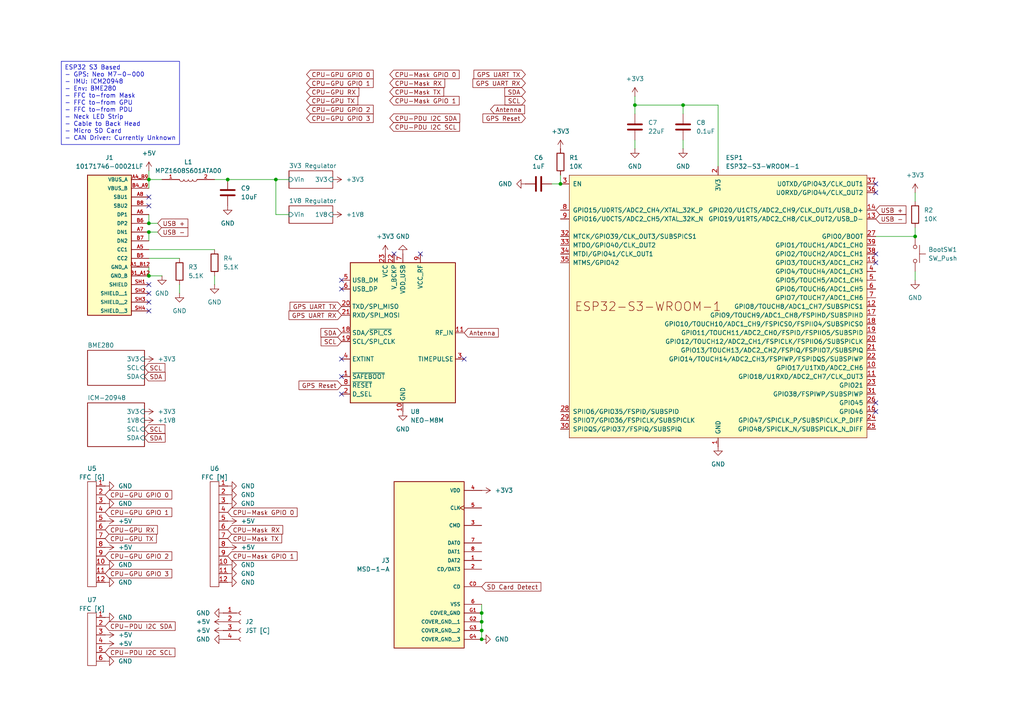
<source format=kicad_sch>
(kicad_sch (version 20231120) (generator "eeschema") (generator_version "8.0")
  (paper "A4")
  (lib_symbols
    (symbol "Connector:Conn_01x04_Socket" (pin_names (offset 1.016) hide)
      (property "Reference" "J" (at 0 5.08 0))
      (property "Value" "Conn_01x04_Socket" (at 0 -7.62 0))
      (symbol "Conn_01x04_Socket_1_1"
        (arc (start 0 -4.572) (mid -0.5058 -5.08) (end 0 -5.588) (stroke (width 0.1524)))
        (arc (start 0 -2.032) (mid -0.5058 -2.54) (end 0 -3.048) (stroke (width 0.1524)))
        (polyline (pts (xy -1.27 -5.08) (xy -0.508 -5.08)) (stroke (width 0.1524)))
        (polyline (pts (xy -1.27 -2.54) (xy -0.508 -2.54)) (stroke (width 0.1524)))
        (polyline (pts (xy -1.27 0) (xy -0.508 0)) (stroke (width 0.1524)))
        (polyline (pts (xy -1.27 2.54) (xy -0.508 2.54)) (stroke (width 0.1524)))
        (arc (start 0 0.508) (mid -0.5058 0) (end 0 -0.508) (stroke (width 0.1524)))
        (arc (start 0 3.048) (mid -0.5058 2.54) (end 0 2.032) (stroke (width 0.1524)))
        (pin passive line (at -5.08 2.54 0) (length 3.81) (name "Pin_1") (number "1"))
        (pin passive line (at -5.08 0 0) (length 3.81) (name "Pin_2") (number "2"))
        (pin passive line (at -5.08 -2.54 0) (length 3.81) (name "Pin_3") (number "3"))
        (pin passive line (at -5.08 -5.08 0) (length 3.81) (name "Pin_4") (number "4"))
      )
    )
    (symbol "Device:C" (pin_numbers hide) (pin_names (offset 0.254))
      (property "Reference" "C" (at 0.635 2.54 0))
      (property "Value" "C" (at 0.635 -2.54 0))
      (symbol "C_0_1"
        (polyline (pts (xy -2.032 -0.762) (xy 2.032 -0.762)) (stroke (width 0.508)))
        (polyline (pts (xy -2.032 0.762) (xy 2.032 0.762)) (stroke (width 0.508)))
      )
      (symbol "C_1_1"
        (pin passive line (at 0 3.81 270) (length 2.794) (name "~") (number "1"))
        (pin passive line (at 0 -3.81 90) (length 2.794) (name "~") (number "2"))
      )
    )
    (symbol "Device:R" (pin_numbers hide) (pin_names (offset 0))
      (property "Reference" "R" (at 2.032 0 90))
      (property "Value" "R" (at 0 0 90))
      (symbol "R_0_1"
        (rectangle (start -1.016 -2.54) (end 1.016 2.54) (stroke (width 0.254)))
      )
      (symbol "R_1_1"
        (pin passive line (at 0 3.81 270) (length 1.27) (name "~") (number "1"))
        (pin passive line (at 0 -3.81 90) (length 1.27) (name "~") (number "2"))
      )
    )
    (symbol "FCC_Connector:FFC_12P"
      (property "Reference" "U" (at 0 16.764 0))
      (symbol "FFC_12P_0_1"
        (rectangle (start -1.27 15.24) (end 1.27 -15.24))
      )
      (symbol "FFC_12P_1_1"
        (pin input line (at 3.81 13.97 180) (length 2.54) (name "") (number "1"))
        (pin input line (at 3.81 -8.89 180) (length 2.54) (name "") (number "10"))
        (pin input line (at 3.81 -11.43 180) (length 2.54) (name "") (number "11"))
        (pin input line (at 3.81 -13.97 180) (length 2.54) (name "") (number "12"))
        (pin input line (at 3.81 11.43 180) (length 2.54) (name "") (number "2"))
        (pin input line (at 3.81 8.89 180) (length 2.54) (name "") (number "3"))
        (pin input line (at 3.81 6.35 180) (length 2.54) (name "") (number "4"))
        (pin input line (at 3.81 3.81 180) (length 2.54) (name "") (number "5"))
        (pin input line (at 3.81 1.27 180) (length 2.54) (name "") (number "6"))
        (pin input line (at 3.81 -1.27 180) (length 2.54) (name "") (number "7"))
        (pin input line (at 3.81 -3.81 180) (length 2.54) (name "") (number "8"))
        (pin input line (at 3.81 -6.35 180) (length 2.54) (name "") (number "9"))
      )
    )
    (symbol "FCC_Connector:FFC_6P"
      (property "Reference" "U" (at 0 9.398 0))
      (symbol "FFC_6P_0_1"
        (rectangle (start -1.27 7.62) (end 1.27 -7.62))
      )
      (symbol "FFC_6P_1_1"
        (pin input line (at 3.81 6.35 180) (length 2.54) (name "") (number "1"))
        (pin input line (at 3.81 3.81 180) (length 2.54) (name "") (number "2"))
        (pin input line (at 3.81 1.27 180) (length 2.54) (name "") (number "3"))
        (pin input line (at 3.81 -1.27 180) (length 2.54) (name "") (number "4"))
        (pin input line (at 3.81 -3.81 180) (length 2.54) (name "") (number "5"))
        (pin input line (at 3.81 -6.35 180) (length 2.54) (name "") (number "6"))
      )
    )
    (symbol "Ferrite_Bead_MPZ1608S601ATA00:MPZ1608S601ATA00" (pin_names (offset 1.016))
      (property "Reference" "L" (at -5.0885 1.9082 0))
      (property "Value" "MPZ1608S601ATA00" (at -5.0854 -2.5427 0))
      (symbol "MPZ1608S601ATA00_0_0"
        (arc (start -2.54 0) (mid -1.905 -0.5747) (end -1.27 0) (stroke (width 0.1524)))
        (arc (start -1.27 0) (mid -0.635 -0.5747) (end 0 0) (stroke (width 0.1524)))
        (arc (start 0 0) (mid 0.635 -0.5747) (end 1.27 0) (stroke (width 0.1524)))
        (arc (start 1.27 0) (mid 1.905 -0.5747) (end 2.54 0) (stroke (width 0.1524)))
        (pin passive line (at -7.62 0 0) (length 5.08) (name "~") (number "1"))
        (pin passive line (at 7.62 0 180) (length 5.08) (name "~") (number "2"))
      )
    )
    (symbol "MicroSD_MSD_1_A:MSD-1-A" (pin_names (offset 1.016))
      (property "Reference" "J" (at -10.16 21.082 0))
      (property "Value" "MSD-1-A" (at -10.16 -30.48 0))
      (symbol "MSD-1-A_0_0"
        (rectangle (start -10.16 -27.94) (end 10.16 20.32) (stroke (width 0.254)) (fill (type background)))
        (pin bidirectional line (at -15.24 -2.54 0) (length 5.08) (name "DAT2") (number "1"))
        (pin bidirectional line (at -15.24 -5.08 0) (length 5.08) (name "CD/DAT3") (number "2"))
        (pin bidirectional line (at -15.24 7.62 0) (length 5.08) (name "CMD") (number "3"))
        (pin power_in line (at -15.24 17.78 0) (length 5.08) (name "VDD") (number "4"))
        (pin input clock (at -15.24 12.7 0) (length 5.08) (name "CLK") (number "5"))
        (pin power_in line (at -15.24 -15.24 0) (length 5.08) (name "VSS") (number "6"))
        (pin bidirectional line (at -15.24 2.54 0) (length 5.08) (name "DAT0") (number "7"))
        (pin bidirectional line (at -15.24 0 0) (length 5.08) (name "DAT1") (number "8"))
        (pin passive line (at -15.24 -10.16 0) (length 5.08) (name "CD") (number "CD"))
        (pin power_in line (at -15.24 -17.78 0) (length 5.08) (name "COVER_GND") (number "G1"))
        (pin power_in line (at -15.24 -20.32 0) (length 5.08) (name "COVER_GND__1") (number "G2"))
        (pin power_in line (at -15.24 -22.86 0) (length 5.08) (name "COVER_GND__2") (number "G3"))
        (pin power_in line (at -15.24 -25.4 0) (length 5.08) (name "COVER_GND__3") (number "G4"))
      )
    )
    (symbol "PCM_Espressif:ESP32-S3-WROOM-1" (pin_names (offset 1.016))
      (property "Reference" "U" (at -43.18 43.18 0))
      (property "Value" "ESP32-S3-WROOM-1" (at -43.18 40.64 0))
      (symbol "ESP32-S3-WROOM-1_0_0"
        (text "ESP32-S3-WROOM-1" (at -20.32 0 0) (effects (font (size 2.54 2.54))))
        (pin power_in line (at 0 -40.64 90) (length 2.54) (name "GND") (number "1"))
        (pin bidirectional line (at 45.72 -17.78 180) (length 2.54) (name "GPIO17/U1TXD/ADC2_CH6") (number "10"))
        (pin bidirectional line (at 45.72 -20.32 180) (length 2.54) (name "GPIO18/U1RXD/ADC2_CH7/CLK_OUT3") (number "11"))
        (pin bidirectional line (at 45.72 0 180) (length 2.54) (name "GPIO8/TOUCH8/ADC1_CH7/SUBSPICS1") (number "12"))
        (pin bidirectional line (at 45.72 25.4 180) (length 2.54) (name "GPIO19/U1RTS/ADC2_CH8/CLK_OUT2/USB_D-") (number "13"))
        (pin bidirectional line (at 45.72 27.94 180) (length 2.54) (name "GPIO20/U1CTS/ADC2_CH9/CLK_OUT1/USB_D+") (number "14"))
        (pin bidirectional line (at 45.72 12.7 180) (length 2.54) (name "GPIO3/TOUCH3/ADC1_CH2") (number "15"))
        (pin bidirectional line (at 45.72 -30.48 180) (length 2.54) (name "GPIO46") (number "16"))
        (pin bidirectional line (at 45.72 -2.54 180) (length 2.54) (name "GPIO9/TOUCH9/ADC1_CH8/FSPIHD/SUBSPIHD") (number "17"))
        (pin bidirectional line (at 45.72 -5.08 180) (length 2.54) (name "GPIO10/TOUCH10/ADC1_CH9/FSPICS0/FSPIIO4/SUBSPICS0") (number "18"))
        (pin bidirectional line (at 45.72 -7.62 180) (length 2.54) (name "GPIO11/TOUCH11/ADC2_CH0/FSPID/FSPIIO5/SUBSPID") (number "19"))
        (pin power_in line (at 0 40.64 270) (length 2.54) (name "3V3") (number "2"))
        (pin bidirectional line (at 45.72 -10.16 180) (length 2.54) (name "GPIO12/TOUCH12/ADC2_CH1/FSPICLK/FSPIIO6/SUBSPICLK") (number "20"))
        (pin bidirectional line (at 45.72 -12.7 180) (length 2.54) (name "GPIO13/TOUCH13/ADC2_CH2/FSPIQ/FSPIIO7/SUBSPIQ") (number "21"))
        (pin bidirectional line (at 45.72 -15.24 180) (length 2.54) (name "GPIO14/TOUCH14/ADC2_CH3/FSPIWP/FSPIDQS/SUBSPIWP") (number "22"))
        (pin bidirectional line (at 45.72 -22.86 180) (length 2.54) (name "GPIO21") (number "23"))
        (pin bidirectional line (at 45.72 -33.02 180) (length 2.54) (name "GPIO47/SPICLK_P/SUBSPICLK_P_DIFF") (number "24"))
        (pin bidirectional line (at 45.72 -35.56 180) (length 2.54) (name "GPIO48/SPICLK_N/SUBSPICLK_N_DIFF") (number "25"))
        (pin bidirectional line (at 45.72 -27.94 180) (length 2.54) (name "GPIO45") (number "26"))
        (pin bidirectional line (at 45.72 20.32 180) (length 2.54) (name "GPIO0/BOOT") (number "27"))
        (pin bidirectional line (at -45.72 -30.48 0) (length 2.54) (name "SPIIO6/GPIO35/FSPID/SUBSPID") (number "28"))
        (pin bidirectional line (at -45.72 -33.02 0) (length 2.54) (name "SPIIO7/GPIO36/FSPICLK/SUBSPICLK") (number "29"))
        (pin input line (at -45.72 35.56 0) (length 2.54) (name "EN") (number "3"))
        (pin bidirectional line (at -45.72 -35.56 0) (length 2.54) (name "SPIDQS/GPIO37/FSPIQ/SUBSPIQ") (number "30"))
        (pin bidirectional line (at 45.72 -25.4 180) (length 2.54) (name "GPIO38/FSPIWP/SUBSPIWP") (number "31"))
        (pin bidirectional line (at -45.72 20.32 0) (length 2.54) (name "MTCK/GPIO39/CLK_OUT3/SUBSPICS1") (number "32"))
        (pin bidirectional line (at -45.72 17.78 0) (length 2.54) (name "MTDO/GPIO40/CLK_OUT2") (number "33"))
        (pin bidirectional line (at -45.72 15.24 0) (length 2.54) (name "MTDI/GPIO41/CLK_OUT1") (number "34"))
        (pin bidirectional line (at -45.72 12.7 0) (length 2.54) (name "MTMS/GPIO42") (number "35"))
        (pin bidirectional line (at 45.72 33.02 180) (length 2.54) (name "U0RXD/GPIO44/CLK_OUT2") (number "36"))
        (pin bidirectional line (at 45.72 35.56 180) (length 2.54) (name "U0TXD/GPIO43/CLK_OUT1") (number "37"))
        (pin bidirectional line (at 45.72 15.24 180) (length 2.54) (name "GPIO2/TOUCH2/ADC1_CH1") (number "38"))
        (pin bidirectional line (at 45.72 17.78 180) (length 2.54) (name "GPIO1/TOUCH1/ADC1_CH0") (number "39"))
        (pin bidirectional line (at 45.72 10.16 180) (length 2.54) (name "GPIO4/TOUCH4/ADC1_CH3") (number "4"))
        (pin passive line (at 0 -40.64 90) (length 2.54) hide (name "GND") (number "40"))
        (pin passive line (at 0 -40.64 90) (length 2.54) hide (name "GND") (number "41"))
        (pin bidirectional line (at 45.72 7.62 180) (length 2.54) (name "GPIO5/TOUCH5/ADC1_CH4") (number "5"))
        (pin bidirectional line (at 45.72 5.08 180) (length 2.54) (name "GPIO6/TOUCH6/ADC1_CH5") (number "6"))
        (pin bidirectional line (at 45.72 2.54 180) (length 2.54) (name "GPIO7/TOUCH7/ADC1_CH6") (number "7"))
        (pin bidirectional line (at -45.72 27.94 0) (length 2.54) (name "GPIO15/U0RTS/ADC2_CH4/XTAL_32K_P") (number "8"))
        (pin bidirectional line (at -45.72 25.4 0) (length 2.54) (name "GPIO16/U0CTS/ADC2_CH5/XTAL_32K_N") (number "9"))
      )
      (symbol "ESP32-S3-WROOM-1_0_1"
        (rectangle (start -43.18 38.1) (end 43.18 -38.1) (fill (type background)))
      )
    )
    (symbol "RF_GPS:NEO-M8M"
      (property "Reference" "U" (at -13.97 21.59 0))
      (property "Value" "NEO-M8M" (at 11.43 21.59 0))
      (symbol "NEO-M8M_0_1"
        (rectangle (start -15.24 20.32) (end 15.24 -20.32) (stroke (width 0.254)) (fill (type background)))
      )
      (symbol "NEO-M8M_1_1"
        (pin input line (at -17.78 -12.7 0) (length 2.54) (name "~{SAFEBOOT}") (number "1"))
        (pin power_in line (at 0 -22.86 90) (length 2.54) (name "GND") (number "10"))
        (pin input line (at 17.78 0 180) (length 2.54) (name "RF_IN") (number "11"))
        (pin passive line (at 0 -22.86 90) (length 2.54) hide (name "GND") (number "12"))
        (pin passive line (at 0 -22.86 90) (length 2.54) hide (name "GND") (number "13"))
        (pin no_connect line (at 15.24 -10.16 180) (length 2.54) hide (name "RESERVED") (number "14"))
        (pin no_connect line (at 15.24 -12.7 180) (length 2.54) hide (name "RESERVED") (number "15"))
        (pin no_connect line (at 15.24 -15.24 180) (length 2.54) hide (name "RESERVED") (number "16"))
        (pin no_connect line (at 15.24 -17.78 180) (length 2.54) hide (name "RESERVED") (number "17"))
        (pin bidirectional line (at -17.78 0 0) (length 2.54) (name "SDA/~{SPI_CS}") (number "18"))
        (pin input line (at -17.78 -2.54 0) (length 2.54) (name "SCL/SPI_CLK") (number "19"))
        (pin input line (at -17.78 -17.78 0) (length 2.54) (name "D_SEL") (number "2"))
        (pin output line (at -17.78 7.62 0) (length 2.54) (name "TXD/SPI_MISO") (number "20"))
        (pin input line (at -17.78 5.08 0) (length 2.54) (name "RXD/SPI_MOSI") (number "21"))
        (pin power_in line (at -2.54 22.86 270) (length 2.54) (name "V_BCKP") (number "22"))
        (pin power_in line (at -5.08 22.86 270) (length 2.54) (name "VCC") (number "23"))
        (pin passive line (at 0 -22.86 90) (length 2.54) hide (name "GND") (number "24"))
        (pin output line (at 17.78 -7.62 180) (length 2.54) (name "TIMEPULSE") (number "3"))
        (pin input line (at -17.78 -7.62 0) (length 2.54) (name "EXTINT") (number "4"))
        (pin bidirectional line (at -17.78 15.24 0) (length 2.54) (name "USB_DM") (number "5"))
        (pin bidirectional line (at -17.78 12.7 0) (length 2.54) (name "USB_DP") (number "6"))
        (pin power_in line (at 0 22.86 270) (length 2.54) (name "VDD_USB") (number "7"))
        (pin input line (at -17.78 -15.24 0) (length 2.54) (name "~{RESET}") (number "8"))
        (pin power_out line (at 5.08 22.86 270) (length 2.54) (name "VCC_RF") (number "9"))
      )
    )
    (symbol "Switch:SW_Push" (pin_numbers hide) (pin_names (offset 1.016) hide)
      (property "Reference" "SW" (at 1.27 2.54 0))
      (property "Value" "SW_Push" (at 0 -1.524 0))
      (symbol "SW_Push_0_1"
        (circle (center -2.032 0) (radius 0.508))
        (polyline (pts (xy 0 1.27) (xy 0 3.048)))
        (polyline (pts (xy 2.54 1.27) (xy -2.54 1.27)))
        (circle (center 2.032 0) (radius 0.508))
        (pin passive line (at -5.08 0 0) (length 2.54) (name "1") (number "1"))
        (pin passive line (at 5.08 0 180) (length 2.54) (name "2") (number "2"))
      )
    )
    (symbol "USBC_10171746_00021LF:10171746-00021LF" (pin_names (offset 1.016))
      (property "Reference" "J2" (at 0 17.78 0))
      (property "Value" "10171746-00021LF" (at 0 15.24 0))
      (symbol "10171746-00021LF_0_0"
        (rectangle (start -6.35 12.7) (end 6.35 -27.94) (stroke (width 0.254)) (fill (type background)))
        (pin power_in line (at 11.43 -13.97 180) (length 5.08) (name "GND_A") (number "A1_B12"))
        (pin power_in line (at 11.43 11.43 180) (length 5.08) (name "VBUS_A") (number "A4_B9"))
        (pin bidirectional line (at 11.43 -8.89 180) (length 5.08) (name "CC1") (number "A5"))
        (pin bidirectional line (at 11.43 1.27 180) (length 5.08) (name "DP1") (number "A6"))
        (pin bidirectional line (at 11.43 -3.81 180) (length 5.08) (name "DN1") (number "A7"))
        (pin bidirectional line (at 11.43 6.35 180) (length 5.08) (name "SBU1") (number "A8"))
        (pin power_in line (at 11.43 -16.51 180) (length 5.08) (name "GND_B") (number "B1_A12"))
        (pin power_in line (at 11.43 8.89 180) (length 5.08) (name "VBUS_B") (number "B4_A9"))
        (pin bidirectional line (at 11.43 -11.43 180) (length 5.08) (name "CC2") (number "B5"))
        (pin bidirectional line (at 11.43 -1.27 180) (length 5.08) (name "DP2") (number "B6"))
        (pin bidirectional line (at 11.43 -6.35 180) (length 5.08) (name "DN2") (number "B7"))
        (pin bidirectional line (at 11.43 3.81 180) (length 5.08) (name "SBU2") (number "B8"))
        (pin passive line (at 11.43 -19.05 180) (length 5.08) (name "SHIELD") (number "SH1"))
        (pin passive line (at 11.43 -21.59 180) (length 5.08) (name "SHIELD__1") (number "SH2"))
        (pin passive line (at 11.43 -24.13 180) (length 5.08) (name "SHIELD__2") (number "SH3"))
        (pin passive line (at 11.43 -26.67 180) (length 5.08) (name "SHIELD__3") (number "SH4"))
      )
    )
    (symbol "power:+1V8" (power) (pin_numbers hide) (pin_names (offset 0) hide)
      (property "Value" "+1V8" (at 0 3.556 0))
      (symbol "+1V8_0_1"
        (polyline (pts (xy -0.762 1.27) (xy 0 2.54)))
        (polyline (pts (xy 0 0) (xy 0 2.54)))
        (polyline (pts (xy 0 2.54) (xy 0.762 1.27)))
      )
      (symbol "+1V8_1_1"
        (pin power_in line (at 0 0 90) (length 0) (name "~") (number "1"))
      )
    )
    (symbol "power:+3V3" (power) (pin_numbers hide) (pin_names (offset 0) hide)
      (property "Value" "+3V3" (at 0 3.556 0))
      (symbol "+3V3_0_1"
        (polyline (pts (xy -0.762 1.27) (xy 0 2.54)))
        (polyline (pts (xy 0 0) (xy 0 2.54)))
        (polyline (pts (xy 0 2.54) (xy 0.762 1.27)))
      )
      (symbol "+3V3_1_1"
        (pin power_in line (at 0 0 90) (length 0) (name "~") (number "1"))
      )
    )
    (symbol "power:+5V" (power) (pin_numbers hide) (pin_names (offset 0) hide)
      (property "Value" "+5V" (at 0 3.556 0))
      (symbol "+5V_0_1"
        (polyline (pts (xy -0.762 1.27) (xy 0 2.54)))
        (polyline (pts (xy 0 0) (xy 0 2.54)))
        (polyline (pts (xy 0 2.54) (xy 0.762 1.27)))
      )
      (symbol "+5V_1_1"
        (pin power_in line (at 0 0 90) (length 0) (name "~") (number "1"))
      )
    )
    (symbol "power:GND" (power) (pin_numbers hide) (pin_names (offset 0) hide)
      (property "Value" "GND" (at 0 -3.81 0))
      (symbol "GND_0_1"
        (polyline (pts (xy 0 0) (xy 0 -1.27) (xy 1.27 -1.27) (xy 0 -2.54) (xy -1.27 -1.27) (xy 0 -1.27)))
      )
      (symbol "GND_1_1"
        (pin power_in line (at 0 0 270) (length 0) (name "~") (number "1"))
      )
    )
  )
  (junction (at 198.12 30.48))
  (junction (at 80.01 52.07))
  (junction (at 162.56 53.34))
  (junction (at 139.7 180.34))
  (junction (at 265.43 68.58))
  (junction (at 43.18 80.01))
  (junction (at 43.18 64.77))
  (junction (at 43.18 52.07))
  (junction (at 184.15 30.48))
  (junction (at 43.18 67.31))
  (junction (at 66.04 52.07))
  (junction (at 139.7 182.88))
  (junction (at 139.7 185.42))
  (junction (at 139.7 177.8))
  (no_connect (at 43.18 87.63))
  (no_connect (at 121.92 73.66))
  (no_connect (at 99.06 104.14))
  (no_connect (at 43.18 85.09))
  (no_connect (at 99.06 81.28))
  (no_connect (at 114.3 73.66))
  (no_connect (at 134.62 104.14))
  (no_connect (at 254 116.84))
  (no_connect (at 254 76.2))
  (no_connect (at 99.06 83.82))
  (no_connect (at 43.18 82.55))
  (no_connect (at 43.18 57.15))
  (no_connect (at 99.06 114.3))
  (no_connect (at 43.18 59.69))
  (no_connect (at 254 55.88))
  (no_connect (at 254 73.66))
  (no_connect (at 43.18 90.17))
  (no_connect (at 99.06 109.22))
  (no_connect (at 254 53.34))
  (no_connect (at 254 119.38))
  (wire (pts (xy 139.7 185.42) (xy 139.7 182.88)))
  (wire (pts (xy 80.01 62.23) (xy 80.01 52.07)))
  (wire (pts (xy 198.12 40.64) (xy 198.12 43.18)))
  (wire (pts (xy 208.28 30.48) (xy 208.28 48.26)))
  (wire (pts (xy 254 68.58) (xy 265.43 68.58)))
  (wire (pts (xy 43.18 72.39) (xy 62.23 72.39)))
  (wire (pts (xy 45.72 64.77) (xy 43.18 64.77)))
  (wire (pts (xy 62.23 52.07) (xy 66.04 52.07)))
  (wire (pts (xy 198.12 30.48) (xy 208.28 30.48)))
  (wire (pts (xy 184.15 27.94) (xy 184.15 30.48)))
  (wire (pts (xy 43.18 49.53) (xy 43.18 52.07)))
  (wire (pts (xy 139.7 180.34) (xy 139.7 182.88)))
  (wire (pts (xy 198.12 30.48) (xy 198.12 33.02)))
  (wire (pts (xy 46.99 80.01) (xy 43.18 80.01)))
  (wire (pts (xy 184.15 30.48) (xy 198.12 30.48)))
  (wire (pts (xy 43.18 62.23) (xy 43.18 64.77)))
  (wire (pts (xy 43.18 54.61) (xy 43.18 52.07)))
  (wire (pts (xy 162.56 50.8) (xy 162.56 53.34)))
  (wire (pts (xy 66.04 52.07) (xy 80.01 52.07)))
  (wire (pts (xy 184.15 40.64) (xy 184.15 43.18)))
  (wire (pts (xy 43.18 80.01) (xy 43.18 77.47)))
  (wire (pts (xy 265.43 81.28) (xy 265.43 78.74)))
  (wire (pts (xy 265.43 55.88) (xy 265.43 58.42)))
  (wire (pts (xy 184.15 30.48) (xy 184.15 33.02)))
  (wire (pts (xy 62.23 80.01) (xy 62.23 82.55)))
  (wire (pts (xy 139.7 177.8) (xy 139.7 180.34)))
  (wire (pts (xy 83.82 62.23) (xy 80.01 62.23)))
  (wire (pts (xy 43.18 74.93) (xy 52.07 74.93)))
  (wire (pts (xy 80.01 52.07) (xy 83.82 52.07)))
  (wire (pts (xy 265.43 66.04) (xy 265.43 68.58)))
  (wire (pts (xy 43.18 52.07) (xy 46.99 52.07)))
  (wire (pts (xy 43.18 67.31) (xy 43.18 69.85)))
  (wire (pts (xy 139.7 175.26) (xy 139.7 177.8)))
  (wire (pts (xy 160.02 53.34) (xy 162.56 53.34)))
  (wire (pts (xy 45.72 67.31) (xy 43.18 67.31)))
  (wire (pts (xy 52.07 82.55) (xy 52.07 85.09)))
  (text_box "ESP32 S3 Based\n- GPS: Neo M7-0-000\n- IMU: ICM20948\n- Env: BME280\n- FFC to-from Mask\n- FFC to-from GPU\n- FFC to-from PDU\n- Neck LED Strip\n- Cable to Back Head\n- Micro SD Card\n- CAN Driver: Currently Unknown" (at 17.78 17.78 0) (size 34.29 24.13) (effects (font (size 1.27 1.27)) (justify left top)))
  (global_label "SDA" (shape input) (at 41.91 109.22 0) (property "Intersheetrefs" "${INTERSHEET_REFS}" (effects (hide yes))))
  (global_label "CPU-GPU GPIO 3" (shape input) (at 88.9 34.29 0) (property "Intersheetrefs" "${INTERSHEET_REFS}" (effects (hide yes))))
  (global_label "CPU-Mask TX" (shape input) (at 113.03 26.67 0) (property "Intersheetrefs" "${INTERSHEET_REFS}" (effects (hide yes))))
  (global_label "CPU-GPU GPIO 1" (shape input) (at 30.48 148.59 0) (property "Intersheetrefs" "${INTERSHEET_REFS}" (effects (hide yes))))
  (global_label "CPU-Mask GPIO 0" (shape input) (at 113.03 21.59 0) (property "Intersheetrefs" "${INTERSHEET_REFS}" (effects (hide yes))))
  (global_label "CPU-GPU GPIO 3" (shape input) (at 30.48 166.37 0) (property "Intersheetrefs" "${INTERSHEET_REFS}" (effects (hide yes))))
  (global_label "CPU-GPU GPIO 0" (shape input) (at 30.48 143.51 0) (property "Intersheetrefs" "${INTERSHEET_REFS}" (effects (hide yes))))
  (global_label "CPU-GPU TX" (shape input) (at 88.9 29.21 0) (property "Intersheetrefs" "${INTERSHEET_REFS}" (effects (hide yes))))
  (global_label "USB -" (shape input) (at 254 63.5 0) (property "Intersheetrefs" "${INTERSHEET_REFS}" (effects (hide yes))))
  (global_label "USB -" (shape input) (at 45.72 67.31 0) (property "Intersheetrefs" "${INTERSHEET_REFS}" (effects (hide yes))))
  (global_label "CPU-GPU GPIO 2" (shape input) (at 30.48 161.29 0) (property "Intersheetrefs" "${INTERSHEET_REFS}" (effects (hide yes))))
  (global_label "SCL" (shape input) (at 41.91 106.68 0) (property "Intersheetrefs" "${INTERSHEET_REFS}" (effects (hide yes))))
  (global_label "GPS UART RX" (shape input) (at 99.06 91.44 180) (property "Intersheetrefs" "${INTERSHEET_REFS}" (effects (hide yes))))
  (global_label "CPU-Mask TX" (shape input) (at 66.04 156.21 0) (property "Intersheetrefs" "${INTERSHEET_REFS}" (effects (hide yes))))
  (global_label "CPU-Mask GPIO 1" (shape input) (at 66.04 161.29 0) (property "Intersheetrefs" "${INTERSHEET_REFS}" (effects (hide yes))))
  (global_label "GPS Reset" (shape input) (at 152.4 34.29 180) (property "Intersheetrefs" "${INTERSHEET_REFS}" (effects (hide yes))))
  (global_label "CPU-GPU RX" (shape input) (at 88.9 26.67 0) (property "Intersheetrefs" "${INTERSHEET_REFS}" (effects (hide yes))))
  (global_label "CPU-PDU I2C SCL" (shape input) (at 113.03 36.83 0) (property "Intersheetrefs" "${INTERSHEET_REFS}" (effects (hide yes))))
  (global_label "CPU-Mask RX" (shape input) (at 66.04 153.67 0) (property "Intersheetrefs" "${INTERSHEET_REFS}" (effects (hide yes))))
  (global_label "SD Card Detect" (shape input) (at 139.7 170.18 0) (property "Intersheetrefs" "${INTERSHEET_REFS}" (effects (hide yes))))
  (global_label "CPU-PDU I2C SDA" (shape input) (at 30.48 181.61 0) (property "Intersheetrefs" "${INTERSHEET_REFS}" (effects (hide yes))))
  (global_label "GPS UART TX" (shape input) (at 152.4 21.59 180) (property "Intersheetrefs" "${INTERSHEET_REFS}" (effects (hide yes))))
  (global_label "CPU-PDU I2C SDA" (shape input) (at 113.03 34.29 0) (property "Intersheetrefs" "${INTERSHEET_REFS}" (effects (hide yes))))
  (global_label "CPU-Mask RX" (shape input) (at 113.03 24.13 0) (property "Intersheetrefs" "${INTERSHEET_REFS}" (effects (hide yes))))
  (global_label "GPS UART TX" (shape input) (at 99.06 88.9 180) (property "Intersheetrefs" "${INTERSHEET_REFS}" (effects (hide yes))))
  (global_label "SCL" (shape input) (at 41.91 124.46 0) (property "Intersheetrefs" "${INTERSHEET_REFS}" (effects (hide yes))))
  (global_label "CPU-GPU GPIO 1" (shape input) (at 88.9 24.13 0) (property "Intersheetrefs" "${INTERSHEET_REFS}" (effects (hide yes))))
  (global_label "USB +" (shape input) (at 45.72 64.77 0) (property "Intersheetrefs" "${INTERSHEET_REFS}" (effects (hide yes))))
  (global_label "GPS UART RX" (shape input) (at 152.4 24.13 180) (property "Intersheetrefs" "${INTERSHEET_REFS}" (effects (hide yes))))
  (global_label "SCL" (shape input) (at 152.4 29.21 180) (property "Intersheetrefs" "${INTERSHEET_REFS}" (effects (hide yes))))
  (global_label "SDA" (shape input) (at 152.4 26.67 180) (property "Intersheetrefs" "${INTERSHEET_REFS}" (effects (hide yes))))
  (global_label "CPU-Mask GPIO 0" (shape input) (at 66.04 148.59 0) (property "Intersheetrefs" "${INTERSHEET_REFS}" (effects (hide yes))))
  (global_label "Antenna" (shape input) (at 134.62 96.52 0) (property "Intersheetrefs" "${INTERSHEET_REFS}" (effects (hide yes))))
  (global_label "USB +" (shape input) (at 254 60.96 0) (property "Intersheetrefs" "${INTERSHEET_REFS}" (effects (hide yes))))
  (global_label "SDA" (shape input) (at 99.06 96.52 180) (property "Intersheetrefs" "${INTERSHEET_REFS}" (effects (hide yes))))
  (global_label "GPS Reset" (shape input) (at 99.06 111.76 180) (property "Intersheetrefs" "${INTERSHEET_REFS}" (effects (hide yes))))
  (global_label "SCL" (shape input) (at 99.06 99.06 180) (property "Intersheetrefs" "${INTERSHEET_REFS}" (effects (hide yes))))
  (global_label "CPU-GPU RX" (shape input) (at 30.48 153.67 0) (property "Intersheetrefs" "${INTERSHEET_REFS}" (effects (hide yes))))
  (global_label "CPU-PDU I2C SCL" (shape input) (at 30.48 189.23 0) (property "Intersheetrefs" "${INTERSHEET_REFS}" (effects (hide yes))))
  (global_label "Antenna" (shape input) (at 142.24 31.75 0) (property "Intersheetrefs" "${INTERSHEET_REFS}" (effects (hide yes))))
  (global_label "CPU-GPU GPIO 2" (shape input) (at 88.9 31.75 0) (property "Intersheetrefs" "${INTERSHEET_REFS}" (effects (hide yes))))
  (global_label "CPU-Mask GPIO 1" (shape input) (at 113.03 29.21 0) (property "Intersheetrefs" "${INTERSHEET_REFS}" (effects (hide yes))))
  (global_label "CPU-GPU TX" (shape input) (at 30.48 156.21 0) (property "Intersheetrefs" "${INTERSHEET_REFS}" (effects (hide yes))))
  (global_label "CPU-GPU GPIO 0" (shape input) (at 88.9 21.59 0) (property "Intersheetrefs" "${INTERSHEET_REFS}" (effects (hide yes))))
  (global_label "SDA" (shape input) (at 41.91 127 0) (property "Intersheetrefs" "${INTERSHEET_REFS}" (effects (hide yes))))
  (symbol (lib_id "Device:C") (at 66.04 55.88 0) (unit 1)
    (property "Reference" "C9" (at 69.85 54.6099 0) (effects (justify left)))
    (property "Value" "10uF" (at 69.85 57.1499 0) (effects (justify left)))
    (property "Footprint" "Capacitor_SMD:C_0603_1608Metric" (effects (hide yes)))
    (property "Description" "Unpolarized capacitor" (effects (hide yes)))
  )
  (symbol (lib_id "power:+3V3") (at 41.91 104.14 270) (unit 1)
    (property "Reference" "#PWR01" (effects (hide yes)))
    (property "Value" "+3V3" (at 45.72 104.1399 90) (effects (justify left)))
    (property "Description" "Power symbol creates a global label with name \"+3V3\"" (effects (hide yes)))
  )
  (symbol (lib_id "power:GND") (at 64.77 177.8 270) (unit 1)
    (property "Reference" "#PWR058" (effects (hide yes)))
    (property "Value" "GND" (at 60.96 177.7999 90) (effects (justify right)))
    (property "Description" "Power symbol creates a global label with name \"GND\" , ground" (effects (hide yes)))
  )
  (symbol (lib_id "Device:R") (at 265.43 62.23 0) (unit 1)
    (property "Reference" "R2" (at 267.97 60.9599 0) (effects (justify left)))
    (property "Value" "10K" (at 267.97 63.4999 0) (effects (justify left)))
    (property "Footprint" "Resistor_SMD:R_0603_1608Metric" (effects (hide yes)))
    (property "Description" "Resistor" (effects (hide yes)))
  )
  (symbol (lib_id "power:GND") (at 184.15 43.18 0) (unit 1)
    (property "Reference" "#PWR017" (effects (hide yes)))
    (property "Value" "GND" (at 184.15 48.26 0))
    (property "Description" "Power symbol creates a global label with name \"GND\" , ground" (effects (hide yes)))
  )
  (symbol (lib_id "power:GND") (at 208.28 129.54 0) (unit 1)
    (property "Reference" "#PWR019" (effects (hide yes)))
    (property "Value" "GND" (at 208.28 134.62 0))
    (property "Description" "Power symbol creates a global label with name \"GND\" , ground" (effects (hide yes)))
  )
  (symbol (lib_id "power:+3V3") (at 41.91 119.38 270) (unit 1)
    (property "Reference" "#PWR02" (effects (hide yes)))
    (property "Value" "+3V3" (at 45.72 119.3799 90) (effects (justify left)))
    (property "Description" "Power symbol creates a global label with name \"+3V3\"" (effects (hide yes)))
  )
  (symbol (lib_id "power:GND") (at 66.04 143.51 90) (unit 1)
    (property "Reference" "#PWR042" (effects (hide yes)))
    (property "Value" "GND" (at 69.85 143.5099 90) (effects (justify right)))
    (property "Description" "Power symbol creates a global label with name \"GND\" , ground" (effects (hide yes)))
  )
  (symbol (lib_id "power:GND") (at 66.04 168.91 90) (unit 1)
    (property "Reference" "#PWR044" (effects (hide yes)))
    (property "Value" "GND" (at 69.85 168.9099 90) (effects (justify right)))
    (property "Description" "Power symbol creates a global label with name \"GND\" , ground" (effects (hide yes)))
  )
  (symbol (lib_id "Connector:Conn_01x04_Socket") (at 69.85 180.34 0) (unit 1)
    (property "Reference" "J2" (at 71.12 180.3399 0) (effects (justify left)))
    (property "Value" "JST [C]" (at 71.12 182.8799 0) (effects (justify left)))
    (property "Description" "Generic connector, single row, 01x04, script generated" (effects (hide yes)))
  )
  (symbol (lib_id "power:+3V3") (at 139.7 142.24 270) (unit 1)
    (property "Reference" "#PWR063" (effects (hide yes)))
    (property "Value" "+3V3" (at 143.51 142.2399 90) (effects (justify left)))
    (property "Description" "Power symbol creates a global label with name \"+3V3\"" (effects (hide yes)))
  )
  (symbol (lib_id "power:GND") (at 265.43 81.28 0) (unit 1)
    (property "Reference" "#PWR021" (effects (hide yes)))
    (property "Value" "GND" (at 265.43 86.36 0))
    (property "Description" "Power symbol creates a global label with name \"GND\" , ground" (effects (hide yes)))
  )
  (symbol (lib_id "MicroSD_MSD_1_A:MSD-1-A") (at 124.46 160.02 0) (mirror y) (unit 1)
    (property "Reference" "J3" (at 113.03 162.5599 0) (effects (justify left)))
    (property "Value" "MSD-1-A" (at 113.03 165.0999 0) (effects (justify left)))
    (property "Footprint" "MSD-1-A:CUI_MSD-1-A" (effects (hide yes)))
    (property "PARTREV" "1.0" (effects (hide yes)))
    (property "STANDARD" "Manufacturer Recommendations" (effects (hide yes)))
    (property "MAXIMUM_PACKAGE_HEIGHT" "2.00mm" (effects (hide yes)))
    (property "MANUFACTURER" "CUI Devices" (effects (hide yes)))
  )
  (symbol (lib_id "RF_GPS:NEO-M8M") (at 116.84 96.52 0) (unit 1)
    (property "Reference" "U8" (at 119.0341 119.38 0) (effects (justify left)))
    (property "Value" "NEO-M8M" (at 119.0341 121.92 0) (effects (justify left)))
    (property "Footprint" "RF_GPS:ublox_NEO" (effects (hide yes)))
    (property "Datasheet" "https://content.u-blox.com/sites/default/files/NEO-M8-FW3_DataSheet_UBX-15031086.pdf" (effects (hide yes)))
    (property "Description" "GNSS Module NEO M8, VCC 2.7V to 3.6V" (effects (hide yes)))
  )
  (symbol (lib_id "power:+5V") (at 30.48 158.75 270) (unit 1)
    (property "Reference" "#PWR049" (effects (hide yes)))
    (property "Value" "+5V" (at 34.29 158.7499 90) (effects (justify left)))
    (property "Description" "Power symbol creates a global label with name \"+5V\"" (effects (hide yes)))
  )
  (symbol (lib_id "power:GND") (at 64.77 185.42 270) (unit 1)
    (property "Reference" "#PWR059" (effects (hide yes)))
    (property "Value" "GND" (at 60.96 185.4199 90) (effects (justify right)))
    (property "Description" "Power symbol creates a global label with name \"GND\" , ground" (effects (hide yes)))
  )
  (symbol (lib_id "power:GND") (at 66.04 59.69 0) (unit 1)
    (property "Reference" "#PWR025" (effects (hide yes)))
    (property "Value" "GND" (at 66.04 64.77 0))
    (property "Description" "Power symbol creates a global label with name \"GND\" , ground" (effects (hide yes)))
  )
  (symbol (lib_id "FCC_Connector:FFC_12P") (at 62.23 154.94 0) (unit 1)
    (property "Reference" "U6" (at 62.23 135.89 0))
    (property "Value" "FFC [M]" (at 62.23 138.43 0))
    (property "Footprint" "FFC_Connector:FFC Aliexpress 0.5mm 12P" (effects (hide yes)))
  )
  (symbol (lib_id "power:+5V") (at 43.18 49.53 0) (unit 1)
    (property "Reference" "#PWR047" (effects (hide yes)))
    (property "Value" "+5V" (at 43.18 44.45 0))
    (property "Description" "Power symbol creates a global label with name \"+5V\"" (effects (hide yes)))
  )
  (symbol (lib_id "power:GND") (at 30.48 168.91 90) (unit 1)
    (property "Reference" "#PWR040" (effects (hide yes)))
    (property "Value" "GND" (at 34.29 168.9099 90) (effects (justify right)))
    (property "Description" "Power symbol creates a global label with name \"GND\" , ground" (effects (hide yes)))
  )
  (symbol (lib_id "Device:C") (at 198.12 36.83 0) (unit 1)
    (property "Reference" "C8" (at 201.93 35.5599 0) (effects (justify left)))
    (property "Value" "0.1uF" (at 201.93 38.0999 0) (effects (justify left)))
    (property "Footprint" "Capacitor_SMD:C_0603_1608Metric" (effects (hide yes)))
    (property "Description" "Unpolarized capacitor" (effects (hide yes)))
  )
  (symbol (lib_id "power:GND") (at 30.48 140.97 90) (unit 1)
    (property "Reference" "#PWR037" (effects (hide yes)))
    (property "Value" "GND" (at 34.29 140.9699 90) (effects (justify right)))
    (property "Description" "Power symbol creates a global label with name \"GND\" , ground" (effects (hide yes)))
  )
  (symbol (lib_id "Ferrite_Bead_MPZ1608S601ATA00:MPZ1608S601ATA00") (at 54.61 52.07 0) (unit 1)
    (property "Reference" "L1" (at 54.61 46.99 0))
    (property "Value" "MPZ1608S601ATA00" (at 54.61 49.53 0))
    (property "Footprint" "Ferrite_Bead_MPZ1608S601ATA00:INDC1608X95N" (effects (hide yes)))
  )
  (symbol (lib_id "power:+3V3") (at 265.43 55.88 0) (unit 1)
    (property "Reference" "#PWR020" (effects (hide yes)))
    (property "Value" "+3V3" (at 265.43 50.8 0))
    (property "Description" "Power symbol creates a global label with name \"+3V3\"" (effects (hide yes)))
  )
  (symbol (lib_id "Device:R") (at 162.56 46.99 0) (unit 1)
    (property "Reference" "R1" (at 165.1 45.7199 0) (effects (justify left)))
    (property "Value" "10K" (at 165.1 48.2599 0) (effects (justify left)))
    (property "Footprint" "Resistor_SMD:R_0603_1608Metric" (effects (hide yes)))
    (property "Description" "Resistor" (effects (hide yes)))
  )
  (symbol (lib_id "power:GND") (at 198.12 43.18 0) (unit 1)
    (property "Reference" "#PWR018" (effects (hide yes)))
    (property "Value" "GND" (at 198.12 48.26 0))
    (property "Description" "Power symbol creates a global label with name \"GND\" , ground" (effects (hide yes)))
  )
  (symbol (lib_id "power:+5V") (at 64.77 180.34 90) (unit 1)
    (property "Reference" "#PWR056" (effects (hide yes)))
    (property "Value" "+5V" (at 60.96 180.3399 90) (effects (justify left)))
    (property "Description" "Power symbol creates a global label with name \"+5V\"" (effects (hide yes)))
  )
  (symbol (lib_id "Device:R") (at 62.23 76.2 0) (unit 1)
    (property "Reference" "R4" (at 64.77 74.9299 0) (effects (justify left)))
    (property "Value" "5.1K" (at 64.77 77.4699 0) (effects (justify left)))
    (property "Footprint" "Resistor_SMD:R_0603_1608Metric" (effects (hide yes)))
    (property "Description" "Resistor" (effects (hide yes)))
  )
  (symbol (lib_id "power:+3V3") (at 96.52 52.07 270) (unit 1)
    (property "Reference" "#PWR026" (effects (hide yes)))
    (property "Value" "+3V3" (at 100.33 52.0699 90) (effects (justify left)))
    (property "Description" "Power symbol creates a global label with name \"+3V3\"" (effects (hide yes)))
  )
  (symbol (lib_id "FCC_Connector:FFC_6P") (at 26.67 185.42 0) (unit 1)
    (property "Reference" "U7" (at 26.67 173.99 0))
    (property "Value" "FFC [K]" (at 26.67 176.53 0))
    (property "Footprint" "FFC_Connector:FFC Aliexpress 0.5mm 6P" (effects (hide yes)))
  )
  (symbol (lib_id "Device:R") (at 52.07 78.74 0) (unit 1)
    (property "Reference" "R3" (at 54.61 77.4699 0) (effects (justify left)))
    (property "Value" "5.1K" (at 54.61 80.0099 0) (effects (justify left)))
    (property "Footprint" "Resistor_SMD:R_0603_1608Metric" (effects (hide yes)))
    (property "Description" "Resistor" (effects (hide yes)))
  )
  (symbol (lib_id "power:GND") (at 116.84 73.66 180) (unit 1)
    (property "Reference" "#PWR062" (effects (hide yes)))
    (property "Value" "GND" (at 116.84 68.58 0))
    (property "Description" "Power symbol creates a global label with name \"GND\" , ground" (effects (hide yes)))
  )
  (symbol (lib_id "power:+5V") (at 30.48 151.13 270) (unit 1)
    (property "Reference" "#PWR048" (effects (hide yes)))
    (property "Value" "+5V" (at 34.29 151.1299 90) (effects (justify left)))
    (property "Description" "Power symbol creates a global label with name \"+5V\"" (effects (hide yes)))
  )
  (symbol (lib_id "Device:C") (at 184.15 36.83 0) (unit 1)
    (property "Reference" "C7" (at 187.96 35.5599 0) (effects (justify left)))
    (property "Value" "22uF" (at 187.96 38.0999 0) (effects (justify left)))
    (property "Footprint" "Capacitor_SMD:C_0603_1608Metric_Pad1.08x0.95mm_HandSolder" (effects (hide yes)))
    (property "Description" "Unpolarized capacitor" (effects (hide yes)))
  )
  (symbol (lib_id "power:GND") (at 152.4 53.34 270) (unit 1)
    (property "Reference" "#PWR014" (effects (hide yes)))
    (property "Value" "GND" (at 148.59 53.3399 90) (effects (justify right)))
    (property "Description" "Power symbol creates a global label with name \"GND\" , ground" (effects (hide yes)))
  )
  (symbol (lib_id "power:GND") (at 66.04 140.97 90) (unit 1)
    (property "Reference" "#PWR041" (effects (hide yes)))
    (property "Value" "GND" (at 69.85 140.9699 90) (effects (justify right)))
    (property "Description" "Power symbol creates a global label with name \"GND\" , ground" (effects (hide yes)))
  )
  (symbol (lib_id "power:GND") (at 30.48 179.07 90) (unit 1)
    (property "Reference" "#PWR045" (effects (hide yes)))
    (property "Value" "GND" (at 34.29 179.0699 90) (effects (justify right)))
    (property "Description" "Power symbol creates a global label with name \"GND\" , ground" (effects (hide yes)))
  )
  (symbol (lib_id "FCC_Connector:FFC_12P") (at 26.67 154.94 0) (unit 1)
    (property "Reference" "U5" (at 26.67 135.89 0))
    (property "Value" "FFC [G]" (at 26.67 138.43 0))
    (property "Footprint" "FFC_Connector:FFC Aliexpress 0.5mm 12P" (effects (hide yes)))
  )
  (symbol (lib_id "power:+5V") (at 66.04 158.75 270) (unit 1)
    (property "Reference" "#PWR051" (effects (hide yes)))
    (property "Value" "+5V" (at 69.85 158.7499 90) (effects (justify left)))
    (property "Description" "Power symbol creates a global label with name \"+5V\"" (effects (hide yes)))
  )
  (symbol (lib_id "power:GND") (at 66.04 166.37 90) (unit 1)
    (property "Reference" "#PWR043" (effects (hide yes)))
    (property "Value" "GND" (at 69.85 166.3699 90) (effects (justify right)))
    (property "Description" "Power symbol creates a global label with name \"GND\" , ground" (effects (hide yes)))
  )
  (symbol (lib_id "power:GND") (at 30.48 163.83 90) (unit 1)
    (property "Reference" "#PWR039" (effects (hide yes)))
    (property "Value" "GND" (at 34.29 163.8299 90) (effects (justify right)))
    (property "Description" "Power symbol creates a global label with name \"GND\" , ground" (effects (hide yes)))
  )
  (symbol (lib_id "Device:C") (at 156.21 53.34 90) (unit 1)
    (property "Reference" "C6" (at 156.21 45.72 90))
    (property "Value" "1uF" (at 156.21 48.26 90))
    (property "Footprint" "Capacitor_SMD:C_0603_1608Metric" (effects (hide yes)))
    (property "Description" "Unpolarized capacitor" (effects (hide yes)))
  )
  (symbol (lib_id "PCM_Espressif:ESP32-S3-WROOM-1") (at 208.28 88.9 0) (unit 1)
    (property "Reference" "ESP1" (at 210.4741 45.72 0) (effects (justify left)))
    (property "Value" "ESP32-S3-WROOM-1" (at 210.4741 48.26 0) (effects (justify left)))
    (property "Footprint" "PCM_Espressif:ESP32-S3-WROOM-1" (effects (hide yes)))
    (property "Datasheet" "https://www.espressif.com/sites/default/files/documentation/esp32-s3-wroom-1_wroom-1u_datasheet_en.pdf" (effects (hide yes)))
    (property "Description" "2.4 GHz WiFi (802.11 b/g/n) and Bluetooth ® 5 (LE) module Built around ESP32S3 series of SoCs, Xtensa ® dualcore 32bit LX7 microprocessor Flash up to 16 MB, PSRAM up to 8 MB 36 GPIOs, rich set of peripherals Onboard PCB antenna" (effects (hide yes)))
  )
  (symbol (lib_id "power:+3V3") (at 162.56 43.18 0) (unit 1)
    (property "Reference" "#PWR015" (effects (hide yes)))
    (property "Value" "+3V3" (at 162.56 38.1 0))
    (property "Description" "Power symbol creates a global label with name \"+3V3\"" (effects (hide yes)))
  )
  (symbol (lib_id "power:GND") (at 66.04 163.83 90) (unit 1)
    (property "Reference" "#PWR055" (effects (hide yes)))
    (property "Value" "GND" (at 69.85 163.8299 90) (effects (justify right)))
    (property "Description" "Power symbol creates a global label with name \"GND\" , ground" (effects (hide yes)))
  )
  (symbol (lib_id "Switch:SW_Push") (at 265.43 73.66 270) (unit 1)
    (property "Reference" "BootSW1" (at 269.24 72.3899 90) (effects (justify left)))
    (property "Value" "SW_Push" (at 269.24 74.9299 90) (effects (justify left)))
    (property "Footprint" "Button-R-667843:Button-R-667843" (effects (hide yes)))
    (property "Description" "Push button switch, generic, two pins" (effects (hide yes)))
  )
  (symbol (lib_id "power:GND") (at 52.07 85.09 0) (unit 1)
    (property "Reference" "#PWR023" (effects (hide yes)))
    (property "Value" "GND" (at 52.07 90.17 0))
    (property "Description" "Power symbol creates a global label with name \"GND\" , ground" (effects (hide yes)))
  )
  (symbol (lib_id "power:+5V") (at 66.04 151.13 270) (unit 1)
    (property "Reference" "#PWR050" (effects (hide yes)))
    (property "Value" "+5V" (at 69.85 151.1299 90) (effects (justify left)))
    (property "Description" "Power symbol creates a global label with name \"+5V\"" (effects (hide yes)))
  )
  (symbol (lib_id "power:+3V3") (at 111.76 73.66 0) (unit 1)
    (property "Reference" "#PWR061" (effects (hide yes)))
    (property "Value" "+3V3" (at 111.76 68.58 0))
    (property "Description" "Power symbol creates a global label with name \"+3V3\"" (effects (hide yes)))
  )
  (symbol (lib_id "power:GND") (at 139.7 185.42 90) (unit 1)
    (property "Reference" "#PWR065" (effects (hide yes)))
    (property "Value" "GND" (at 143.51 185.4199 90) (effects (justify right)))
    (property "Description" "Power symbol creates a global label with name \"GND\" , ground" (effects (hide yes)))
  )
  (symbol (lib_id "power:GND") (at 46.99 80.01 0) (unit 1)
    (property "Reference" "#PWR022" (effects (hide yes)))
    (property "Value" "GND" (at 46.99 85.09 0))
    (property "Description" "Power symbol creates a global label with name \"GND\" , ground" (effects (hide yes)))
  )
  (symbol (lib_id "power:+5V") (at 64.77 182.88 90) (unit 1)
    (property "Reference" "#PWR057" (effects (hide yes)))
    (property "Value" "+5V" (at 60.96 182.8799 90) (effects (justify left)))
    (property "Description" "Power symbol creates a global label with name \"+5V\"" (effects (hide yes)))
  )
  (symbol (lib_id "power:+5V") (at 30.48 184.15 270) (unit 1)
    (property "Reference" "#PWR052" (effects (hide yes)))
    (property "Value" "+5V" (at 34.29 184.1499 90) (effects (justify left)))
    (property "Description" "Power symbol creates a global label with name \"+5V\"" (effects (hide yes)))
  )
  (symbol (lib_id "power:GND") (at 62.23 82.55 0) (unit 1)
    (property "Reference" "#PWR024" (effects (hide yes)))
    (property "Value" "GND" (at 62.23 87.63 0))
    (property "Description" "Power symbol creates a global label with name \"GND\" , ground" (effects (hide yes)))
  )
  (symbol (lib_id "USBC_10171746_00021LF:10171746-00021LF") (at 31.75 63.5 0) (unit 1)
    (property "Reference" "J1" (at 31.75 45.72 0))
    (property "Value" "10171746-00021LF" (at 31.75 48.26 0))
    (property "Footprint" "USBC_10171746_00021LF:AMPHENOL_10171746-00021LF" (effects (hide yes)))
    (property "PARTREV" "A" (effects (hide yes)))
    (property "STANDARD" "Manufacturer Recommendations" (effects (hide yes)))
    (property "MAXIMUM_PACKAGE_HEIGHT" "3.16 mm" (effects (hide yes)))
    (property "MANUFACTURER" "Amphenol" (effects (hide yes)))
  )
  (symbol (lib_id "power:GND") (at 66.04 146.05 90) (unit 1)
    (property "Reference" "#PWR054" (effects (hide yes)))
    (property "Value" "GND" (at 69.85 146.0499 90) (effects (justify right)))
    (property "Description" "Power symbol creates a global label with name \"GND\" , ground" (effects (hide yes)))
  )
  (symbol (lib_id "power:GND") (at 30.48 191.77 90) (unit 1)
    (property "Reference" "#PWR046" (effects (hide yes)))
    (property "Value" "GND" (at 34.29 191.7699 90) (effects (justify right)))
    (property "Description" "Power symbol creates a global label with name \"GND\" , ground" (effects (hide yes)))
  )
  (symbol (lib_id "power:+3V3") (at 184.15 27.94 0) (unit 1)
    (property "Reference" "#PWR016" (effects (hide yes)))
    (property "Value" "+3V3" (at 184.15 22.86 0))
    (property "Description" "Power symbol creates a global label with name \"+3V3\"" (effects (hide yes)))
  )
  (symbol (lib_id "power:+1V8") (at 96.52 62.23 270) (unit 1)
    (property "Reference" "#PWR027" (effects (hide yes)))
    (property "Value" "+1V8" (at 100.33 62.2299 90) (effects (justify left)))
    (property "Description" "Power symbol creates a global label with name \"+1V8\"" (effects (hide yes)))
  )
  (symbol (lib_id "power:+5V") (at 30.48 186.69 270) (unit 1)
    (property "Reference" "#PWR053" (effects (hide yes)))
    (property "Value" "+5V" (at 34.29 186.6899 90) (effects (justify left)))
    (property "Description" "Power symbol creates a global label with name \"+5V\"" (effects (hide yes)))
  )
  (symbol (lib_id "power:+1V8") (at 41.91 121.92 270) (unit 1)
    (property "Reference" "#PWR03" (effects (hide yes)))
    (property "Value" "+1V8" (at 45.72 121.9199 90) (effects (justify left)))
    (property "Description" "Power symbol creates a global label with name \"+1V8\"" (effects (hide yes)))
  )
  (symbol (lib_id "power:GND") (at 30.48 146.05 90) (unit 1)
    (property "Reference" "#PWR038" (effects (hide yes)))
    (property "Value" "GND" (at 34.29 146.0499 90) (effects (justify right)))
    (property "Description" "Power symbol creates a global label with name \"GND\" , ground" (effects (hide yes)))
  )
  (symbol (lib_id "power:GND") (at 116.84 119.38 0) (unit 1)
    (property "Reference" "#PWR060" (effects (hide yes)))
    (property "Value" "GND" (at 116.84 124.46 0))
    (property "Description" "Power symbol creates a global label with name \"GND\" , ground" (effects (hide yes)))
  )
  (sheet (at 83.82 49.53) (size 12.7 5.08) (stroke (width 0.1524))
    (property "Sheetname" "3V3 Regulator" (at 83.82 48.8184 0) (effects (justify left bottom)))
    (property "Sheetfile" "3V3 Reg.kicad_sch" (effects (hide yes)))
    (pin "3V3" input (at 96.52 52.07 0))
    (pin "Vin" input (at 83.82 52.07 180))
  )
  (sheet (at 25.4 116.84) (size 16.51 12.7) (stroke (width 0.1524))
    (property "Sheetname" "ICM-20948" (at 25.4 116.1284 0) (effects (justify left bottom)))
    (property "Sheetfile" "ICM20948.kicad_sch" (effects (hide yes)))
    (pin "3V3" input (at 41.91 119.38 0))
    (pin "1V8" input (at 41.91 121.92 0))
    (pin "SCL" input (at 41.91 124.46 0))
    (pin "SDA" input (at 41.91 127 0))
  )
  (sheet (at 83.82 59.69) (size 12.7 5.08) (stroke (width 0.1524))
    (property "Sheetname" "1V8 Regulator" (at 83.82 58.9784 0) (effects (justify left bottom)))
    (property "Sheetfile" "1V8 Reg.kicad_sch" (effects (hide yes)))
    (pin "Vin" input (at 83.82 62.23 180))
    (pin "1V8" input (at 96.52 62.23 0))
  )
  (sheet (at 25.4 101.6) (size 16.51 10.16) (stroke (width 0.1524))
    (property "Sheetname" "BME280" (at 25.4 100.8884 0) (effects (justify left bottom)))
    (property "Sheetfile" "BME280.kicad_sch" (effects (hide yes)))
    (pin "SCL" input (at 41.91 106.68 0))
    (pin "3V3" input (at 41.91 104.14 0))
    (pin "SDA" input (at 41.91 109.22 0))
  )
)
</source>
